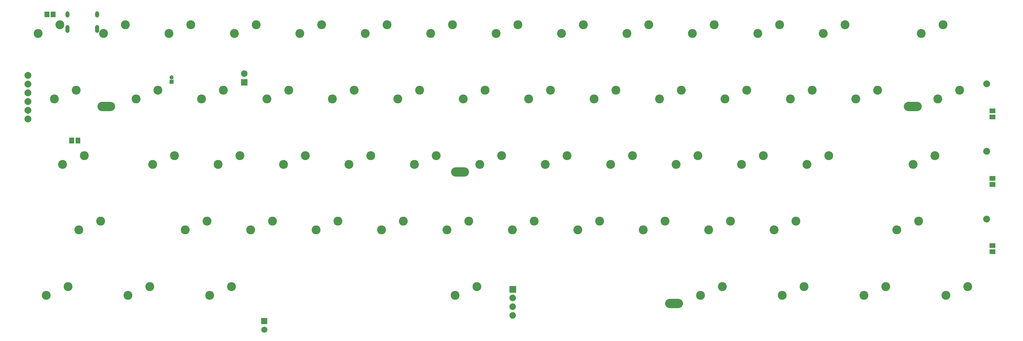
<source format=gts>
G04 Layer: TopSolderMaskLayer*
G04 EasyEDA v6.1.51, Wed, 19 Jun 2019 13:06:47 GMT*
G04 66271e87440c4271b6eaadeb73023992,1972fb780e03461d8e8e980d21b9fed7,00*
G04 Gerber Generator version 0.2*
G04 Scale: 100 percent, Rotated: No, Reflected: No *
G04 Dimensions in inches *
G04 leading zeros omitted , absolute positions ,2 integer and 4 decimal *
%FSLAX24Y24*%
%MOIN*%
G90*
G70D02*

%ADD38C,0.047370*%
%ADD39C,0.106400*%
%ADD40R,0.047370X0.047370*%
%ADD41C,0.074930*%
%ADD42R,0.074930X0.074930*%
%ADD44C,0.070990*%
%ADD45C,0.078870*%
%ADD46C,0.102490*%

%LPD*%
G54D38*
G01X5478Y35362D02*
G01X5478Y34929D01*
G01X8879Y35362D02*
G01X8879Y34929D01*
G01X5478Y36909D02*
G01X5478Y36673D01*
G01X8879Y36909D02*
G01X8879Y36673D01*
G54D39*
G01X49979Y18740D02*
G01X50964Y18740D01*
G01X9428Y26259D02*
G01X10413Y26259D01*
G01X74506Y3700D02*
G01X75491Y3700D01*
G01X101888Y26259D02*
G01X102873Y26259D01*
G54D38*
G01X17401Y29578D03*
G54D40*
G01X17401Y29086D03*
G54D41*
G01X56519Y2303D03*
G01X56519Y3303D03*
G01X56519Y4303D03*
G36*
G01X56144Y4929D02*
G01X56144Y5677D01*
G01X56894Y5677D01*
G01X56894Y4929D01*
G01X56144Y4929D01*
G37*
G54D42*
G01X25737Y29026D03*
G54D41*
G01X25737Y30026D03*
G36*
G01X27668Y1315D02*
G01X27668Y2025D01*
G01X28378Y2025D01*
G01X28378Y1315D01*
G01X27668Y1315D01*
G37*
G54D44*
G01X28022Y671D03*
G54D45*
G01X925Y26818D03*
G01X925Y27818D03*
G01X925Y28818D03*
G01X925Y25818D03*
G36*
G01X111163Y24774D02*
G01X111163Y25311D01*
G01X111822Y25311D01*
G01X111822Y24774D01*
G01X111163Y24774D01*
G37*
G36*
G01X111163Y25475D02*
G01X111163Y26012D01*
G01X111822Y26012D01*
G01X111822Y25475D01*
G01X111163Y25475D01*
G37*
G36*
G01X111163Y17061D02*
G01X111163Y17597D01*
G01X111822Y17597D01*
G01X111822Y17061D01*
G01X111163Y17061D01*
G37*
G36*
G01X111163Y17762D02*
G01X111163Y18298D01*
G01X111822Y18298D01*
G01X111822Y17762D01*
G01X111163Y17762D01*
G37*
G36*
G01X111163Y9347D02*
G01X111163Y9884D01*
G01X111822Y9884D01*
G01X111822Y9347D01*
G01X111163Y9347D01*
G37*
G36*
G01X111163Y10048D02*
G01X111163Y10585D01*
G01X111822Y10585D01*
G01X111822Y10048D01*
G01X111163Y10048D01*
G37*
G36*
G01X5688Y22029D02*
G01X5688Y22688D01*
G01X6225Y22688D01*
G01X6225Y22029D01*
G01X5688Y22029D01*
G37*
G36*
G01X6389Y22029D02*
G01X6389Y22688D01*
G01X6925Y22688D01*
G01X6925Y22029D01*
G01X6389Y22029D01*
G37*
G36*
G01X2853Y36471D02*
G01X2853Y37129D01*
G01X3389Y37129D01*
G01X3389Y36471D01*
G01X2853Y36471D01*
G37*
G36*
G01X3553Y36471D02*
G01X3553Y37129D01*
G01X4090Y37129D01*
G01X4090Y36471D01*
G01X3553Y36471D01*
G37*
G54D46*
G01X39601Y34622D03*
G01X42101Y35622D03*
G01X105225Y27122D03*
G01X107725Y28122D03*
G01X9601Y34622D03*
G01X12101Y35622D03*
G01X24601Y34622D03*
G01X27101Y35622D03*
G01X32101Y34622D03*
G01X34601Y35622D03*
G01X47101Y34622D03*
G01X49601Y35622D03*
G01X54601Y34622D03*
G01X57101Y35622D03*
G01X62101Y34622D03*
G01X64601Y35622D03*
G01X69601Y34622D03*
G01X72101Y35622D03*
G01X77101Y34622D03*
G01X79601Y35622D03*
G01X84601Y34622D03*
G01X87101Y35622D03*
G01X92101Y34622D03*
G01X94601Y35622D03*
G01X103350Y34622D03*
G01X105850Y35622D03*
G01X3976Y27122D03*
G01X6476Y28122D03*
G01X13350Y27122D03*
G01X15850Y28122D03*
G01X20850Y27122D03*
G01X23350Y28122D03*
G01X28350Y27122D03*
G01X30850Y28122D03*
G01X35850Y27122D03*
G01X38350Y28122D03*
G01X43350Y27122D03*
G01X45850Y28122D03*
G01X50850Y27122D03*
G01X53350Y28122D03*
G01X58350Y27122D03*
G01X60850Y28122D03*
G01X65850Y27122D03*
G01X68350Y28122D03*
G01X73350Y27122D03*
G01X75850Y28122D03*
G01X80850Y27122D03*
G01X83350Y28122D03*
G01X88350Y27122D03*
G01X90850Y28122D03*
G01X95850Y27122D03*
G01X98350Y28122D03*
G01X4913Y19622D03*
G01X7413Y20622D03*
G01X15226Y19622D03*
G01X17726Y20622D03*
G01X22726Y19622D03*
G01X25226Y20622D03*
G01X30226Y19622D03*
G01X32726Y20622D03*
G01X37726Y19622D03*
G01X40226Y20622D03*
G01X45226Y19622D03*
G01X47726Y20622D03*
G01X52725Y19622D03*
G01X55225Y20622D03*
G01X60225Y19622D03*
G01X62725Y20622D03*
G01X67725Y19622D03*
G01X70225Y20622D03*
G01X75225Y19622D03*
G01X77725Y20622D03*
G01X82725Y19622D03*
G01X85225Y20622D03*
G01X90225Y19622D03*
G01X92725Y20622D03*
G01X102413Y19622D03*
G01X104913Y20622D03*
G01X6788Y12122D03*
G01X9288Y13122D03*
G01X18976Y12122D03*
G01X21476Y13122D03*
G01X26476Y12122D03*
G01X28976Y13122D03*
G01X33976Y12122D03*
G01X36476Y13122D03*
G01X41476Y12122D03*
G01X43976Y13122D03*
G01X48976Y12122D03*
G01X51475Y13122D03*
G01X56475Y12122D03*
G01X58975Y13122D03*
G01X63975Y12122D03*
G01X66475Y13122D03*
G01X71475Y12122D03*
G01X73975Y13122D03*
G01X78975Y12122D03*
G01X81475Y13122D03*
G01X86475Y12122D03*
G01X88975Y13122D03*
G01X100538Y12122D03*
G01X103038Y13122D03*
G01X3038Y4622D03*
G01X5538Y5622D03*
G01X12413Y4622D03*
G01X14913Y5622D03*
G01X21788Y4622D03*
G01X24288Y5622D03*
G01X49913Y4622D03*
G01X52413Y5622D03*
G01X78038Y4622D03*
G01X80538Y5622D03*
G01X87413Y4622D03*
G01X89913Y5622D03*
G01X96788Y4622D03*
G01X99288Y5622D03*
G01X106163Y4622D03*
G01X108663Y5622D03*
G01X2101Y34622D03*
G01X4601Y35622D03*
G01X17101Y34622D03*
G01X19601Y35622D03*
G54D45*
G01X110830Y28866D03*
G01X110830Y21110D03*
G01X110830Y13354D03*
G01X925Y29818D03*
G01X925Y24818D03*
M00*
M02*

</source>
